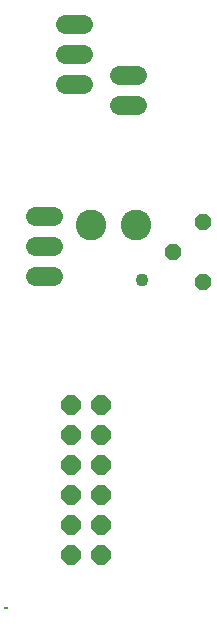
<source format=gbr>
G04 EAGLE Gerber RS-274X export*
G75*
%MOMM*%
%FSLAX34Y34*%
%LPD*%
%INSoldermask Bottom*%
%IPPOS*%
%AMOC8*
5,1,8,0,0,1.08239X$1,22.5*%
G01*
%ADD10R,0.000494X0.000497*%
%ADD11R,0.000497X0.000497*%
%ADD12R,0.000994X0.000494*%
%ADD13R,0.000494X0.000494*%
%ADD14R,0.022819X0.000497*%
%ADD15R,0.000994X0.000497*%
%ADD16R,0.000500X0.000494*%
%ADD17R,0.000500X0.000497*%
%ADD18R,0.001491X0.000497*%
%ADD19R,0.000991X0.000497*%
%ADD20R,0.000497X0.000494*%
%ADD21R,0.002978X0.000497*%
%ADD22R,0.000991X0.000494*%
%ADD23R,0.001488X0.000494*%
%ADD24R,0.004463X0.000494*%
%ADD25R,0.004466X0.000497*%
%ADD26R,0.001488X0.000497*%
%ADD27R,0.002481X0.000497*%
%ADD28R,0.003966X0.000497*%
%ADD29R,0.009922X0.000497*%
%ADD30R,0.002478X0.000497*%
%ADD31R,0.001984X0.000494*%
%ADD32R,0.001491X0.000494*%
%ADD33R,0.001484X0.000497*%
%ADD34R,0.001984X0.000497*%
%ADD35R,0.006450X0.000497*%
%ADD36R,0.004463X0.000497*%
%ADD37R,0.003475X0.000497*%
%ADD38R,0.003972X0.000494*%
%ADD39R,0.001484X0.000494*%
%ADD40R,0.003472X0.000494*%
%ADD41R,0.002975X0.000497*%
%ADD42R,0.002975X0.000494*%
%ADD43R,0.006947X0.000497*%
%ADD44R,0.006447X0.000497*%
%ADD45R,0.017856X0.000494*%
%ADD46R,0.002481X0.000494*%
%ADD47R,0.005456X0.000494*%
%ADD48R,0.019841X0.000497*%
%ADD49R,0.005459X0.000497*%
%ADD50R,0.002972X0.000497*%
%ADD51R,0.007444X0.000494*%
%ADD52R,0.006947X0.000494*%
%ADD53R,0.005953X0.000494*%
%ADD54R,0.001981X0.000494*%
%ADD55R,0.003475X0.000494*%
%ADD56R,0.001981X0.000497*%
%ADD57R,0.008434X0.000497*%
%ADD58R,0.009425X0.000497*%
%ADD59R,0.009428X0.000497*%
%ADD60R,0.013891X0.000497*%
%ADD61R,0.005453X0.000497*%
%ADD62R,0.016372X0.000497*%
%ADD63R,0.005456X0.000497*%
%ADD64R,0.005950X0.000497*%
%ADD65R,0.001988X0.000497*%
%ADD66R,0.004959X0.000497*%
%ADD67R,0.002978X0.000494*%
%ADD68R,0.003966X0.000494*%
%ADD69R,0.015378X0.000494*%
%ADD70R,0.003472X0.000497*%
%ADD71R,0.003972X0.000497*%
%ADD72R,0.001988X0.000494*%
%ADD73R,0.012403X0.000497*%
%ADD74R,0.022322X0.000497*%
%ADD75R,0.011906X0.000497*%
%ADD76R,0.007441X0.000497*%
%ADD77P,1.759533X8X112.500000*%
%ADD78C,1.625600*%
%ADD79P,1.429621X8X292.500000*%
%ADD80C,2.601600*%
%ADD81C,1.101600*%


D10*
X476Y10D03*
D11*
X511Y10D03*
X729Y10D03*
X486Y15D03*
X511Y15D03*
D10*
X714Y15D03*
D12*
X533Y20D03*
D13*
X714Y20D03*
D12*
X742Y20D03*
D14*
X618Y25D03*
D10*
X501Y30D03*
X739Y30D03*
X501Y35D03*
D15*
X747Y35D03*
D16*
X496Y40D03*
X744Y40D03*
D17*
X496Y45D03*
D10*
X749Y45D03*
D11*
X471Y50D03*
D10*
X491Y50D03*
D11*
X754Y50D03*
D13*
X491Y55D03*
D12*
X757Y55D03*
D11*
X486Y60D03*
D18*
X615Y60D03*
D11*
X759Y60D03*
D17*
X779Y60D03*
D11*
X481Y64D03*
D10*
X605Y64D03*
D15*
X628Y64D03*
D10*
X774Y64D03*
D19*
X479Y69D03*
D15*
X598Y69D03*
D11*
X640Y69D03*
D10*
X764Y69D03*
X774Y69D03*
D13*
X476Y74D03*
X590Y74D03*
D20*
X640Y74D03*
X769Y74D03*
D16*
X779Y74D03*
D19*
X469Y79D03*
D10*
X590Y79D03*
D15*
X613Y79D03*
D11*
X645Y79D03*
D19*
X469Y84D03*
D17*
X610Y84D03*
D10*
X774Y84D03*
D15*
X449Y89D03*
D10*
X466Y89D03*
D15*
X613Y89D03*
D17*
X630Y89D03*
D11*
X645Y89D03*
D15*
X776Y89D03*
D13*
X466Y94D03*
D12*
X613Y94D03*
D20*
X645Y94D03*
D16*
X779Y94D03*
D10*
X437Y99D03*
X590Y99D03*
D15*
X613Y99D03*
D11*
X645Y99D03*
D10*
X784Y99D03*
X437Y104D03*
D17*
X461Y104D03*
D10*
X590Y104D03*
X615Y104D03*
D17*
X630Y104D03*
D11*
X645Y104D03*
D10*
X784Y104D03*
X456Y109D03*
D11*
X595Y109D03*
X645Y109D03*
D20*
X446Y114D03*
X600Y114D03*
D12*
X642Y114D03*
D20*
X789Y114D03*
D11*
X451Y119D03*
D21*
X618Y119D03*
D19*
X647Y119D03*
D11*
X451Y124D03*
D15*
X796Y124D03*
D11*
X407Y129D03*
D10*
X437Y129D03*
D11*
X446Y129D03*
D15*
X657Y129D03*
D11*
X828Y129D03*
D20*
X441Y134D03*
D22*
X667Y134D03*
D11*
X441Y139D03*
X665Y139D03*
X814Y139D03*
D19*
X672Y144D03*
D11*
X809Y144D03*
X432Y149D03*
X675Y149D03*
D10*
X685Y149D03*
D19*
X806Y149D03*
D23*
X427Y154D03*
D20*
X680Y154D03*
D22*
X702Y154D03*
D24*
X734Y154D03*
D12*
X776Y154D03*
X796Y154D03*
D11*
X407Y159D03*
D19*
X424Y159D03*
X687Y159D03*
D11*
X699Y159D03*
D25*
X729Y159D03*
D18*
X784Y159D03*
D19*
X806Y159D03*
D10*
X422Y164D03*
D13*
X402Y169D03*
X422Y169D03*
D20*
X823Y169D03*
X843Y169D03*
D26*
X407Y174D03*
D11*
X823Y174D03*
X843Y174D03*
D27*
X407Y179D03*
D11*
X828Y179D03*
X412Y184D03*
D26*
X833Y184D03*
D12*
X409Y189D03*
D20*
X833Y189D03*
D11*
X407Y193D03*
D10*
X838Y193D03*
D19*
X851Y193D03*
D10*
X402Y198D03*
D19*
X652Y198D03*
D11*
X675Y198D03*
D28*
X732Y198D03*
D19*
X851Y198D03*
X399Y203D03*
D11*
X645Y203D03*
D29*
X707Y203D03*
D11*
X843Y203D03*
D16*
X134Y208D03*
X382Y208D03*
D20*
X397Y208D03*
D23*
X645Y208D03*
D20*
X759Y208D03*
D13*
X863Y208D03*
D15*
X384Y213D03*
D11*
X397Y213D03*
D26*
X640Y213D03*
X759Y213D03*
D11*
X848Y213D03*
D19*
X866Y213D03*
D10*
X367Y218D03*
D15*
X384Y218D03*
D11*
X397Y218D03*
D15*
X632Y218D03*
D10*
X764Y218D03*
D11*
X848Y218D03*
D19*
X866Y218D03*
D26*
X149Y223D03*
D30*
X184Y223D03*
D10*
X357Y223D03*
D17*
X382Y223D03*
D11*
X397Y223D03*
X506Y223D03*
D10*
X516Y223D03*
X635Y223D03*
D19*
X771Y223D03*
D11*
X848Y223D03*
D19*
X866Y223D03*
D20*
X149Y228D03*
D13*
X377Y228D03*
D31*
X499Y228D03*
D20*
X521Y228D03*
D32*
X625Y228D03*
D13*
X774Y228D03*
D20*
X848Y228D03*
D13*
X863Y228D03*
D11*
X124Y233D03*
X144Y233D03*
D19*
X489Y233D03*
X504Y233D03*
D15*
X528Y233D03*
D33*
X620Y233D03*
D18*
X784Y233D03*
D11*
X843Y233D03*
X124Y238D03*
D10*
X139Y238D03*
D11*
X392Y238D03*
X407Y238D03*
X481Y238D03*
D26*
X506Y238D03*
D17*
X531Y238D03*
D18*
X615Y238D03*
D19*
X786Y238D03*
D10*
X853Y238D03*
X139Y243D03*
D11*
X407Y243D03*
X481Y243D03*
X506Y243D03*
D19*
X518Y243D03*
D10*
X536Y243D03*
D26*
X610Y243D03*
X823Y243D03*
D19*
X851Y243D03*
D16*
X134Y248D03*
D12*
X394Y248D03*
D20*
X412Y248D03*
X481Y248D03*
D13*
X491Y248D03*
D20*
X541Y248D03*
D32*
X605Y248D03*
D20*
X828Y248D03*
X1577Y248D03*
D16*
X1602Y248D03*
D20*
X1692Y248D03*
X1915Y248D03*
D13*
X2024Y248D03*
X2327Y248D03*
D15*
X394Y253D03*
D11*
X412Y253D03*
D10*
X476Y253D03*
D19*
X504Y253D03*
D15*
X543Y253D03*
D34*
X573Y253D03*
D10*
X605Y253D03*
X1414Y253D03*
D19*
X1481Y253D03*
D11*
X1667Y253D03*
D10*
X1830Y253D03*
D11*
X2118Y253D03*
D10*
X129Y258D03*
D11*
X397Y258D03*
D10*
X476Y258D03*
D18*
X501Y258D03*
D35*
X570Y258D03*
D11*
X923Y258D03*
X1037Y258D03*
D10*
X1052Y258D03*
X1111Y258D03*
D15*
X1173Y258D03*
D10*
X1280Y258D03*
D36*
X1349Y258D03*
D15*
X1684Y258D03*
D17*
X1702Y258D03*
D37*
X1786Y258D03*
D19*
X1922Y258D03*
D11*
X2044Y258D03*
X2054Y258D03*
D10*
X2093Y258D03*
X2113Y258D03*
D25*
X2232Y258D03*
D11*
X2302Y258D03*
X2317Y258D03*
X2436Y258D03*
X124Y263D03*
D19*
X399Y263D03*
D10*
X422Y263D03*
D11*
X481Y263D03*
D26*
X531Y263D03*
D15*
X826Y263D03*
D11*
X1007Y263D03*
D10*
X1131Y263D03*
X1146Y263D03*
X1245Y263D03*
X1315Y263D03*
D11*
X1384Y263D03*
X1409Y263D03*
X1503Y263D03*
X1577Y263D03*
D10*
X1706Y263D03*
D11*
X1726Y263D03*
D10*
X1756Y263D03*
D11*
X1821Y263D03*
X1905Y263D03*
X1930Y263D03*
X2034Y263D03*
D10*
X2059Y263D03*
D11*
X2088Y263D03*
D10*
X2158Y263D03*
D15*
X2200Y263D03*
X2269Y263D03*
D10*
X2287Y263D03*
X2307Y263D03*
X2441Y263D03*
D20*
X124Y268D03*
D13*
X422Y268D03*
D20*
X481Y268D03*
D12*
X826Y268D03*
D13*
X1131Y268D03*
X1146Y268D03*
X1245Y268D03*
D20*
X1305Y268D03*
X1399Y268D03*
X1473Y268D03*
X1503Y268D03*
X1577Y268D03*
X1657Y268D03*
X1672Y268D03*
X1746Y268D03*
D13*
X1830Y268D03*
D20*
X1930Y268D03*
X2029Y268D03*
D13*
X2059Y268D03*
D20*
X2088Y268D03*
X2188Y268D03*
X2282Y268D03*
X2297Y268D03*
D13*
X2307Y268D03*
D20*
X2465Y268D03*
D10*
X119Y273D03*
D11*
X407Y273D03*
D10*
X516Y273D03*
X819Y273D03*
D11*
X1007Y273D03*
D10*
X1146Y273D03*
X1245Y273D03*
D11*
X1285Y273D03*
X1295Y273D03*
X1409Y273D03*
X1503Y273D03*
X1667Y273D03*
D17*
X1702Y273D03*
X1736Y273D03*
D11*
X1840Y273D03*
X1930Y273D03*
D10*
X2024Y273D03*
X2059Y273D03*
D11*
X2088Y273D03*
D10*
X2158Y273D03*
D11*
X2178Y273D03*
X2292Y273D03*
X2436Y273D03*
X412Y278D03*
D10*
X491Y278D03*
X526Y278D03*
X1146Y278D03*
X1245Y278D03*
D11*
X1290Y278D03*
X1409Y278D03*
X1503Y278D03*
D10*
X1697Y278D03*
X1731Y278D03*
X1845Y278D03*
D11*
X1930Y278D03*
D17*
X2019Y278D03*
D10*
X2059Y278D03*
D11*
X2088Y278D03*
D10*
X2173Y278D03*
D11*
X2292Y278D03*
X2312Y278D03*
X2460Y278D03*
D15*
X429Y283D03*
D17*
X496Y283D03*
D26*
X516Y283D03*
D15*
X677Y283D03*
D26*
X699Y283D03*
D11*
X814Y283D03*
X828Y283D03*
X1007Y283D03*
D10*
X1146Y283D03*
X1245Y283D03*
X1260Y283D03*
X1270Y283D03*
D11*
X1409Y283D03*
X1473Y283D03*
X1503Y283D03*
D10*
X1662Y283D03*
D11*
X1726Y283D03*
X1930Y283D03*
D10*
X2014Y283D03*
X2059Y283D03*
D11*
X2088Y283D03*
X2168Y283D03*
X2292Y283D03*
D10*
X2341Y283D03*
D11*
X2431Y283D03*
X2460Y283D03*
D13*
X109Y288D03*
D22*
X434Y288D03*
D12*
X811Y288D03*
D20*
X1057Y288D03*
D38*
X1089Y288D03*
D13*
X1146Y288D03*
X1280Y288D03*
D12*
X1327Y288D03*
X1372Y288D03*
D20*
X1409Y288D03*
X1473Y288D03*
X1503Y288D03*
X1721Y288D03*
D12*
X1768Y288D03*
D22*
X1808Y288D03*
D20*
X1930Y288D03*
X2088Y288D03*
X2163Y288D03*
D22*
X2210Y288D03*
D39*
X2257Y288D03*
D20*
X2317Y288D03*
D19*
X97Y293D03*
D10*
X109Y293D03*
D11*
X417Y293D03*
X427Y293D03*
X665Y293D03*
X809Y293D03*
X1057Y293D03*
D10*
X1146Y293D03*
D17*
X1275Y293D03*
D10*
X1315Y293D03*
D11*
X1329Y293D03*
X1389Y293D03*
X1409Y293D03*
X1473Y293D03*
X1503Y293D03*
X1652Y293D03*
X1687Y293D03*
X1716Y293D03*
D10*
X1756Y293D03*
D11*
X1930Y293D03*
D10*
X2059Y293D03*
D11*
X2088Y293D03*
D10*
X2158Y293D03*
D11*
X2198Y293D03*
D10*
X2272Y293D03*
D11*
X2292Y293D03*
X2302Y293D03*
D17*
X2346Y293D03*
D10*
X2456Y293D03*
D11*
X79Y298D03*
X104Y298D03*
X427Y298D03*
X441Y298D03*
D19*
X667Y298D03*
D10*
X804Y298D03*
D11*
X1057Y298D03*
D10*
X1146Y298D03*
X1260Y298D03*
X1270Y298D03*
D11*
X1339Y298D03*
X1399Y298D03*
X1409Y298D03*
X1473Y298D03*
X1503Y298D03*
X1692Y298D03*
D10*
X1711Y298D03*
X1865Y298D03*
D11*
X1930Y298D03*
D10*
X2059Y298D03*
D11*
X2088Y298D03*
X2143Y298D03*
D10*
X2193Y298D03*
D11*
X2282Y298D03*
X2292Y298D03*
X79Y303D03*
X104Y303D03*
D10*
X422Y303D03*
D11*
X660Y303D03*
D10*
X670Y303D03*
X804Y303D03*
D11*
X1057Y303D03*
D10*
X1146Y303D03*
X1260Y303D03*
D11*
X1310Y303D03*
X1404Y303D03*
X1473Y303D03*
X1503Y303D03*
X1682Y303D03*
X1835Y303D03*
X1870Y303D03*
X1930Y303D03*
X1999Y303D03*
X2088Y303D03*
X2153Y303D03*
X2198Y303D03*
X2282Y303D03*
X2322Y303D03*
D10*
X2351Y303D03*
D11*
X2451Y303D03*
D20*
X99Y308D03*
X432Y308D03*
X446Y308D03*
D31*
X578Y308D03*
D40*
X610Y308D03*
D13*
X635Y308D03*
D20*
X799Y308D03*
X1057Y308D03*
D13*
X1146Y308D03*
D22*
X1302Y308D03*
D20*
X1320Y308D03*
X1473Y308D03*
X1503Y308D03*
X1647Y308D03*
D13*
X1677Y308D03*
X1741Y308D03*
D12*
X1798Y308D03*
D20*
X1870Y308D03*
X1930Y308D03*
X1994Y308D03*
X2029Y308D03*
D13*
X2059Y308D03*
D20*
X2088Y308D03*
X2183Y308D03*
D13*
X2351Y308D03*
X2421Y308D03*
D19*
X231Y313D03*
D11*
X427Y313D03*
D21*
X573Y313D03*
D41*
X613Y313D03*
D15*
X657Y313D03*
X796Y313D03*
D11*
X1057Y313D03*
D10*
X1146Y313D03*
D11*
X1265Y313D03*
X1295Y313D03*
X1473Y313D03*
X1503Y313D03*
D10*
X1642Y313D03*
D17*
X1736Y313D03*
D11*
X1930Y313D03*
D10*
X1989Y313D03*
X2024Y313D03*
X2059Y313D03*
D11*
X2088Y313D03*
X2148Y313D03*
X2178Y313D03*
D10*
X2327Y313D03*
D11*
X2446Y313D03*
D10*
X94Y317D03*
X218Y317D03*
D11*
X233Y317D03*
X432Y317D03*
D15*
X563Y317D03*
D11*
X660Y317D03*
X1057Y317D03*
D10*
X1146Y317D03*
D11*
X1473Y317D03*
X1503Y317D03*
D17*
X1637Y317D03*
D11*
X1672Y317D03*
X1746Y317D03*
D10*
X1845Y317D03*
D11*
X1875Y317D03*
X1930Y317D03*
D10*
X2059Y317D03*
D11*
X2088Y317D03*
X2212Y317D03*
D42*
X241Y322D03*
D13*
X437Y322D03*
D22*
X454Y322D03*
D20*
X561Y322D03*
X789Y322D03*
X1057Y322D03*
D13*
X1146Y322D03*
X1260Y322D03*
D20*
X1290Y322D03*
X1473Y322D03*
X1503Y322D03*
D13*
X1632Y322D03*
D20*
X1667Y322D03*
D13*
X1677Y322D03*
D16*
X1702Y322D03*
D13*
X1731Y322D03*
X1845Y322D03*
D20*
X1875Y322D03*
X1930Y322D03*
D13*
X2059Y322D03*
D20*
X2088Y322D03*
X2183Y322D03*
X2331Y322D03*
D11*
X50Y327D03*
X89Y327D03*
D10*
X208Y327D03*
D15*
X236Y327D03*
D10*
X437Y327D03*
X556Y327D03*
D19*
X667Y327D03*
D11*
X690Y327D03*
D17*
X709Y327D03*
D11*
X789Y327D03*
X1057Y327D03*
D10*
X1146Y327D03*
X1245Y327D03*
X1260Y327D03*
D11*
X1295Y327D03*
X1473Y327D03*
X1503Y327D03*
D10*
X1627Y327D03*
X1662Y327D03*
D17*
X1702Y327D03*
X1736Y327D03*
D11*
X1930Y327D03*
D17*
X2019Y327D03*
D10*
X2059Y327D03*
D11*
X2088Y327D03*
X2143Y327D03*
D10*
X2173Y327D03*
X2441Y327D03*
D15*
X82Y332D03*
D19*
X206Y332D03*
D11*
X233Y332D03*
X258Y332D03*
D10*
X437Y332D03*
D17*
X461Y332D03*
D15*
X548Y332D03*
D10*
X670Y332D03*
X685Y332D03*
D15*
X707Y332D03*
D10*
X784Y332D03*
D43*
X970Y332D03*
D11*
X1057Y332D03*
D10*
X1146Y332D03*
D44*
X1205Y332D03*
D11*
X1473Y332D03*
X1503Y332D03*
X1657Y332D03*
X1672Y332D03*
X1930Y332D03*
D10*
X2059Y332D03*
D11*
X2088Y332D03*
X2143Y332D03*
D10*
X2327Y332D03*
D18*
X2376Y332D03*
D34*
X2398Y332D03*
D11*
X64Y337D03*
D15*
X82Y337D03*
D11*
X203Y337D03*
X258Y337D03*
D10*
X437Y337D03*
D15*
X464Y337D03*
D10*
X536Y337D03*
D11*
X546Y337D03*
D26*
X680Y337D03*
D15*
X697Y337D03*
D10*
X784Y337D03*
D11*
X1057Y337D03*
D10*
X1146Y337D03*
D17*
X1240Y337D03*
D11*
X1473Y337D03*
X1503Y337D03*
X1652Y337D03*
D10*
X1677Y337D03*
D17*
X1850Y337D03*
D11*
X1930Y337D03*
X1969Y337D03*
D10*
X2004Y337D03*
X2059Y337D03*
D11*
X2088Y337D03*
X2143Y337D03*
X2366Y337D03*
X2436Y337D03*
D20*
X79Y342D03*
D45*
X350Y342D03*
D46*
X471Y342D03*
D47*
X516Y342D03*
D16*
X779Y342D03*
D20*
X1057Y342D03*
D13*
X1146Y342D03*
D16*
X1240Y342D03*
D20*
X1473Y342D03*
X1503Y342D03*
X1657Y342D03*
D16*
X1850Y342D03*
D20*
X1930Y342D03*
X1964Y342D03*
X1999Y342D03*
D13*
X2059Y342D03*
D20*
X2088Y342D03*
X2143Y342D03*
X2336Y342D03*
D16*
X2381Y342D03*
D10*
X74Y347D03*
D48*
X360Y347D03*
D49*
X506Y347D03*
D11*
X1057Y347D03*
D10*
X1146Y347D03*
D17*
X1240Y347D03*
D11*
X1473Y347D03*
X1503Y347D03*
D17*
X1850Y347D03*
D11*
X1930Y347D03*
D10*
X1959Y347D03*
D11*
X1994Y347D03*
D10*
X2059Y347D03*
D11*
X2088Y347D03*
X2143Y347D03*
D10*
X2341Y347D03*
D11*
X2401Y347D03*
X2431Y347D03*
D19*
X42Y352D03*
D10*
X74Y352D03*
D11*
X203Y352D03*
X223Y352D03*
X258Y352D03*
D18*
X456Y352D03*
D10*
X774Y352D03*
D11*
X1057Y352D03*
D10*
X1146Y352D03*
D17*
X1240Y352D03*
D11*
X1473Y352D03*
X1503Y352D03*
X1667Y352D03*
D17*
X1850Y352D03*
D11*
X1930Y352D03*
D15*
X1952Y352D03*
D10*
X1989Y352D03*
X2059Y352D03*
D11*
X2088Y352D03*
X2143Y352D03*
X2371Y352D03*
X2436Y352D03*
D17*
X0Y357D03*
D10*
X40Y357D03*
D15*
X52Y357D03*
D11*
X69Y357D03*
D10*
X208Y357D03*
D11*
X233Y357D03*
D19*
X255Y357D03*
D15*
X459Y357D03*
D19*
X771Y357D03*
D11*
X789Y357D03*
D43*
X970Y357D03*
D11*
X1057Y357D03*
D10*
X1146Y357D03*
D44*
X1205Y357D03*
D10*
X1260Y357D03*
D11*
X1473Y357D03*
X1503Y357D03*
D50*
X1620Y357D03*
D11*
X1672Y357D03*
X1930Y357D03*
D10*
X1945Y357D03*
X2059Y357D03*
D11*
X2088Y357D03*
X2143Y357D03*
D17*
X2346Y357D03*
D11*
X2396Y357D03*
X2426Y357D03*
D12*
X2Y362D03*
D20*
X55Y362D03*
X69Y362D03*
D13*
X208Y362D03*
D16*
X461Y362D03*
D20*
X471Y362D03*
X769Y362D03*
X1057Y362D03*
D13*
X1146Y362D03*
X1260Y362D03*
D20*
X1290Y362D03*
X1473Y362D03*
X1503Y362D03*
D16*
X1702Y362D03*
D20*
X1930Y362D03*
D13*
X2059Y362D03*
D20*
X2088Y362D03*
X2143Y362D03*
D13*
X2173Y362D03*
D16*
X2346Y362D03*
D13*
X2376Y362D03*
D20*
X2396Y362D03*
D11*
X64Y367D03*
D15*
X216Y367D03*
D17*
X248Y367D03*
X461Y367D03*
D19*
X479Y367D03*
D10*
X764Y367D03*
D11*
X789Y367D03*
X1057Y367D03*
D10*
X1146Y367D03*
D11*
X1473Y367D03*
X1503Y367D03*
D17*
X1637Y367D03*
D10*
X1845Y367D03*
D11*
X1875Y367D03*
X1930Y367D03*
D10*
X2059Y367D03*
D11*
X2088Y367D03*
D10*
X2351Y367D03*
X2421Y367D03*
X60Y372D03*
D33*
X223Y372D03*
D19*
X241Y372D03*
D11*
X481Y372D03*
D10*
X764Y372D03*
D11*
X1057Y372D03*
D10*
X1146Y372D03*
D11*
X1295Y372D03*
X1473Y372D03*
X1503Y372D03*
X1647Y372D03*
D10*
X1741Y372D03*
D11*
X1875Y372D03*
X1930Y372D03*
X1974Y372D03*
D10*
X2059Y372D03*
D11*
X2088Y372D03*
X2148Y372D03*
X2178Y372D03*
X2297Y372D03*
D10*
X2351Y372D03*
D17*
X2381Y372D03*
D11*
X2391Y372D03*
D10*
X2421Y372D03*
X60Y377D03*
D19*
X469Y377D03*
D11*
X486Y377D03*
X759Y377D03*
X1057Y377D03*
D10*
X1146Y377D03*
D11*
X1265Y377D03*
X1473Y377D03*
X1503Y377D03*
D17*
X1637Y377D03*
D10*
X1677Y377D03*
X1706Y377D03*
D17*
X1771Y377D03*
D11*
X1840Y377D03*
D15*
X1932Y377D03*
D11*
X1969Y377D03*
D10*
X2059Y377D03*
D11*
X2088Y377D03*
X2183Y377D03*
D17*
X2381Y377D03*
D20*
X471Y382D03*
D13*
X491Y382D03*
D20*
X754Y382D03*
X1057Y382D03*
D13*
X1146Y382D03*
X1300Y382D03*
D20*
X1310Y382D03*
X1473Y382D03*
X1503Y382D03*
D13*
X1632Y382D03*
D20*
X1647Y382D03*
D13*
X1677Y382D03*
X1741Y382D03*
D20*
X1816Y382D03*
X1826Y382D03*
X1870Y382D03*
X1930Y382D03*
X1964Y382D03*
D13*
X2059Y382D03*
D20*
X2088Y382D03*
X2203Y382D03*
X2217Y382D03*
X2356Y382D03*
D13*
X2386Y382D03*
D20*
X2416Y382D03*
D17*
X35Y387D03*
D19*
X474Y387D03*
D11*
X754Y387D03*
X769Y387D03*
X1057Y387D03*
D10*
X1146Y387D03*
X1270Y387D03*
D11*
X1305Y387D03*
D18*
X1404Y387D03*
D11*
X1473Y387D03*
X1503Y387D03*
X1647Y387D03*
D10*
X1711Y387D03*
D11*
X1746Y387D03*
D10*
X1830Y387D03*
X1959Y387D03*
X2059Y387D03*
D11*
X2088Y387D03*
X2153Y387D03*
D10*
X2287Y387D03*
D19*
X479Y392D03*
D17*
X496Y392D03*
D10*
X749Y392D03*
D11*
X769Y392D03*
X1057Y392D03*
D10*
X1146Y392D03*
X1315Y392D03*
D11*
X1324Y392D03*
X1339Y392D03*
D10*
X1394Y392D03*
D11*
X1409Y392D03*
X1503Y392D03*
X1751Y392D03*
X1826Y392D03*
D10*
X1865Y392D03*
D11*
X1954Y392D03*
D10*
X2059Y392D03*
D11*
X2088Y392D03*
X2148Y392D03*
D10*
X2158Y392D03*
D11*
X2198Y392D03*
X2277Y392D03*
X2292Y392D03*
D10*
X2351Y392D03*
X2361Y392D03*
D11*
X2411Y392D03*
D17*
X496Y397D03*
D11*
X769Y397D03*
X1057Y397D03*
D10*
X1146Y397D03*
D11*
X1320Y397D03*
D19*
X1382Y397D03*
D11*
X1409Y397D03*
X1473Y397D03*
X1503Y397D03*
X1716Y397D03*
X1761Y397D03*
X1860Y397D03*
X1974Y397D03*
D10*
X2059Y397D03*
D11*
X2088Y397D03*
D17*
X2267Y397D03*
D11*
X2292Y397D03*
D10*
X2341Y397D03*
X2361Y397D03*
D20*
X10Y402D03*
X45Y402D03*
D12*
X484Y402D03*
D13*
X501Y402D03*
D51*
X972Y402D03*
D20*
X1057Y402D03*
D13*
X1146Y402D03*
D52*
X1208Y402D03*
D22*
X1337Y402D03*
D13*
X1349Y402D03*
D22*
X1362Y402D03*
D20*
X1409Y402D03*
D47*
X1449Y402D03*
D53*
X1530Y402D03*
D54*
X1625Y402D03*
D20*
X1672Y402D03*
X1721Y402D03*
D38*
X1788Y402D03*
D13*
X1855Y402D03*
X2059Y402D03*
D20*
X2088Y402D03*
D55*
X2232Y402D03*
D20*
X2292Y402D03*
D13*
X2406Y402D03*
D20*
X2431Y402D03*
D15*
X499Y407D03*
X742Y407D03*
D11*
X1007Y407D03*
X1057Y407D03*
D10*
X1146Y407D03*
D11*
X1409Y407D03*
X1419Y407D03*
X1577Y407D03*
X1667Y407D03*
X1726Y407D03*
D17*
X1850Y407D03*
D11*
X2088Y407D03*
X2292Y407D03*
X2366Y407D03*
D15*
X300Y412D03*
D19*
X489Y412D03*
D56*
X508Y412D03*
D34*
X682Y412D03*
D19*
X737Y412D03*
D11*
X1007Y412D03*
X1057Y412D03*
D10*
X1146Y412D03*
D15*
X1292Y412D03*
D11*
X1409Y412D03*
X1419Y412D03*
D10*
X1731Y412D03*
X1845Y412D03*
D11*
X1940Y412D03*
X2088Y412D03*
X2178Y412D03*
X2292Y412D03*
X2401Y412D03*
D26*
X60Y417D03*
D57*
X119Y417D03*
D19*
X290Y417D03*
D15*
X315Y417D03*
D10*
X491Y417D03*
D56*
X518Y417D03*
D11*
X719Y417D03*
D15*
X732Y417D03*
D11*
X1007Y417D03*
X1057Y417D03*
D10*
X1146Y417D03*
X1280Y417D03*
X1300Y417D03*
D11*
X1404Y417D03*
X1419Y417D03*
X1657Y417D03*
D10*
X1741Y417D03*
D11*
X1835Y417D03*
X1935Y417D03*
D10*
X2059Y417D03*
D11*
X2088Y417D03*
D10*
X2287Y417D03*
D11*
X2371Y417D03*
X2401Y417D03*
D31*
X52Y422D03*
D20*
X164Y422D03*
D23*
X283Y422D03*
D13*
X491Y422D03*
D54*
X518Y422D03*
D13*
X739Y422D03*
D20*
X1007Y422D03*
X1057Y422D03*
D13*
X1146Y422D03*
D20*
X1310Y422D03*
X1389Y422D03*
X1419Y422D03*
X1577Y422D03*
X1647Y422D03*
X1667Y422D03*
X1751Y422D03*
X1826Y422D03*
X1930Y422D03*
D13*
X2059Y422D03*
D20*
X2088Y422D03*
X2198Y422D03*
D13*
X2272Y422D03*
D19*
X42Y427D03*
D18*
X164Y427D03*
D11*
X313Y427D03*
X327Y427D03*
D56*
X508Y427D03*
D11*
X551Y427D03*
D15*
X747Y427D03*
D58*
X957Y427D03*
D30*
X1042Y427D03*
D59*
X1196Y427D03*
D15*
X1327Y427D03*
X1372Y427D03*
D60*
X1491Y427D03*
D61*
X1607Y427D03*
D10*
X1766Y427D03*
D19*
X1813Y427D03*
D30*
X1915Y427D03*
D27*
X2044Y427D03*
D41*
X2101Y427D03*
D11*
X2188Y427D03*
D19*
X2210Y427D03*
X2255Y427D03*
D10*
X2376Y427D03*
D11*
X2396Y427D03*
D10*
X40Y432D03*
X278Y432D03*
D11*
X327Y432D03*
D19*
X489Y432D03*
D10*
X501Y432D03*
D11*
X1577Y432D03*
X1652Y432D03*
X1860Y432D03*
X2282Y432D03*
D22*
X42Y437D03*
X176Y437D03*
D20*
X273Y437D03*
D12*
X335Y437D03*
D20*
X481Y437D03*
D16*
X496Y437D03*
D20*
X506Y437D03*
X729Y437D03*
D13*
X1300Y437D03*
D20*
X1344Y437D03*
D11*
X45Y441D03*
D26*
X179Y441D03*
D11*
X273Y441D03*
X313Y441D03*
D34*
X340Y441D03*
X379Y441D03*
D19*
X424Y441D03*
D11*
X481Y441D03*
X734Y441D03*
D10*
X40Y446D03*
D11*
X50Y446D03*
D15*
X181Y446D03*
D11*
X273Y446D03*
D17*
X283Y446D03*
D15*
X335Y446D03*
D10*
X422Y446D03*
D11*
X432Y446D03*
D10*
X501Y446D03*
D15*
X47Y451D03*
D19*
X186Y451D03*
D34*
X280Y451D03*
X305Y451D03*
D19*
X434Y451D03*
D17*
X496Y451D03*
D27*
X531Y451D03*
D62*
X630Y451D03*
D10*
X739Y451D03*
D20*
X45Y456D03*
D22*
X191Y456D03*
D12*
X280Y456D03*
D23*
X308Y456D03*
D20*
X327Y456D03*
D22*
X439Y456D03*
D20*
X471Y456D03*
D16*
X496Y456D03*
D20*
X541Y456D03*
D16*
X744Y456D03*
D11*
X198Y461D03*
D19*
X320Y461D03*
D15*
X444Y461D03*
D11*
X471Y461D03*
D10*
X491Y461D03*
D11*
X511Y461D03*
D19*
X538Y461D03*
D10*
X724Y461D03*
X749Y461D03*
X60Y466D03*
D15*
X201Y466D03*
D17*
X283Y466D03*
D11*
X317Y466D03*
D26*
X451Y466D03*
D10*
X466Y466D03*
X749Y466D03*
D11*
X50Y471D03*
X64Y471D03*
D26*
X203Y471D03*
X308Y471D03*
D11*
X486Y471D03*
X506Y471D03*
D10*
X516Y471D03*
D11*
X1265Y471D03*
X2009Y471D03*
D20*
X64Y476D03*
D32*
X208Y476D03*
D20*
X451Y476D03*
X481Y476D03*
X734Y476D03*
X754Y476D03*
X1071Y476D03*
X1265Y476D03*
D22*
X1962Y476D03*
D15*
X67Y481D03*
D10*
X208Y481D03*
D19*
X469Y481D03*
D10*
X501Y481D03*
D11*
X759Y481D03*
D63*
X943Y481D03*
D64*
X1039Y481D03*
D34*
X1084Y481D03*
D18*
X1131Y481D03*
X1200Y481D03*
D26*
X1225Y481D03*
D34*
X1277Y481D03*
X1312Y481D03*
D65*
X1347Y481D03*
D34*
X1416Y481D03*
D18*
X1439Y481D03*
D56*
X1511Y481D03*
D63*
X1558Y481D03*
D15*
X1605Y481D03*
D26*
X1672Y481D03*
D11*
X1692Y481D03*
D26*
X1726Y481D03*
D21*
X1808Y481D03*
D66*
X1927Y481D03*
X2026Y481D03*
D26*
X69Y486D03*
D15*
X216Y486D03*
D10*
X476Y486D03*
D17*
X496Y486D03*
D10*
X739Y486D03*
X918Y486D03*
X972Y486D03*
X1012Y486D03*
X1067Y486D03*
D11*
X1076Y486D03*
X1091Y486D03*
D10*
X1210Y486D03*
D11*
X1285Y486D03*
X1339Y486D03*
D17*
X1354Y486D03*
D11*
X1409Y486D03*
X1424Y486D03*
X1434Y486D03*
D10*
X1449Y486D03*
X1518Y486D03*
D11*
X1533Y486D03*
X1587Y486D03*
D10*
X1597Y486D03*
D11*
X1612Y486D03*
D10*
X1662Y486D03*
D11*
X1682Y486D03*
X1786Y486D03*
D19*
X1833Y486D03*
D11*
X1905Y486D03*
D19*
X1962Y486D03*
D11*
X1999Y486D03*
X2054Y486D03*
D19*
X72Y491D03*
D10*
X218Y491D03*
D19*
X454Y491D03*
D10*
X739Y491D03*
X764Y491D03*
X918Y491D03*
D11*
X982Y491D03*
D10*
X1012Y491D03*
X1067Y491D03*
D11*
X1076Y491D03*
X1091Y491D03*
D17*
X1126Y491D03*
D11*
X1141Y491D03*
X1191Y491D03*
X1265Y491D03*
X1285Y491D03*
X1305Y491D03*
X1329Y491D03*
X1339Y491D03*
X1424Y491D03*
D10*
X1449Y491D03*
X1518Y491D03*
D11*
X1533Y491D03*
X1587Y491D03*
D10*
X1597Y491D03*
D11*
X1612Y491D03*
D17*
X1622Y491D03*
D11*
X1657Y491D03*
X1682Y491D03*
X1716Y491D03*
D10*
X1766Y491D03*
X1776Y491D03*
D11*
X1840Y491D03*
X1905Y491D03*
X1969Y491D03*
D13*
X74Y496D03*
D12*
X449Y496D03*
D16*
X744Y496D03*
D13*
X918Y496D03*
D67*
X945Y496D03*
D13*
X987Y496D03*
X1012Y496D03*
D40*
X1047Y496D03*
D20*
X1076Y496D03*
X1091Y496D03*
D16*
X1126Y496D03*
X1205Y496D03*
D13*
X1260Y496D03*
X1280Y496D03*
D20*
X1290Y496D03*
X1305Y496D03*
X1344Y496D03*
D13*
X1359Y496D03*
D20*
X1404Y496D03*
X1419Y496D03*
D13*
X1449Y496D03*
X1518Y496D03*
D20*
X1533Y496D03*
D68*
X1565Y496D03*
D13*
X1597Y496D03*
D20*
X1612Y496D03*
X1682Y496D03*
X1716Y496D03*
D16*
X1771Y496D03*
D12*
X1803Y496D03*
X1818Y496D03*
D13*
X1845Y496D03*
D20*
X1905Y496D03*
D42*
X1937Y496D03*
D22*
X1977Y496D03*
D38*
X2036Y496D03*
D11*
X79Y501D03*
D19*
X231Y501D03*
D11*
X441Y501D03*
D17*
X496Y501D03*
D10*
X749Y501D03*
D11*
X769Y501D03*
D10*
X918Y501D03*
X933Y501D03*
X972Y501D03*
D17*
X992Y501D03*
D10*
X1012Y501D03*
D11*
X1076Y501D03*
X1091Y501D03*
D10*
X1131Y501D03*
X1146Y501D03*
D11*
X1186Y501D03*
X1255Y501D03*
D17*
X1275Y501D03*
D11*
X1305Y501D03*
X1344Y501D03*
X1404Y501D03*
X1419Y501D03*
X1434Y501D03*
D10*
X1449Y501D03*
X1518Y501D03*
D11*
X1533Y501D03*
D10*
X1548Y501D03*
X1597Y501D03*
D11*
X1612Y501D03*
X1652Y501D03*
X1682Y501D03*
D10*
X1791Y501D03*
D11*
X1826Y501D03*
D17*
X1850Y501D03*
D11*
X1905Y501D03*
X1920Y501D03*
D10*
X1959Y501D03*
X1979Y501D03*
D15*
X82Y506D03*
D11*
X238Y506D03*
X441Y506D03*
X451Y506D03*
D15*
X464Y506D03*
D10*
X501Y506D03*
X918Y506D03*
X933Y506D03*
D11*
X977Y506D03*
D10*
X1012Y506D03*
D11*
X1076Y506D03*
X1091Y506D03*
D10*
X1131Y506D03*
D11*
X1186Y506D03*
D10*
X1200Y506D03*
D11*
X1255Y506D03*
X1305Y506D03*
X1320Y506D03*
X1399Y506D03*
D10*
X1449Y506D03*
D11*
X1478Y506D03*
D10*
X1518Y506D03*
D11*
X1533Y506D03*
D10*
X1548Y506D03*
X1597Y506D03*
D11*
X1612Y506D03*
X1647Y506D03*
X1682Y506D03*
X1716Y506D03*
D10*
X1766Y506D03*
D11*
X1786Y506D03*
X1835Y506D03*
X1905Y506D03*
X1920Y506D03*
X1964Y506D03*
D17*
X1984Y506D03*
D11*
X238Y511D03*
D10*
X437Y511D03*
D17*
X461Y511D03*
D11*
X506Y511D03*
X754Y511D03*
D10*
X918Y511D03*
X933Y511D03*
D11*
X967Y511D03*
D10*
X997Y511D03*
X1012Y511D03*
D11*
X1076Y511D03*
X1091Y511D03*
D10*
X1200Y511D03*
D11*
X1250Y511D03*
D10*
X1270Y511D03*
D11*
X1305Y511D03*
X1320Y511D03*
D10*
X1349Y511D03*
X1414Y511D03*
X1449Y511D03*
X1518Y511D03*
D11*
X1533Y511D03*
D10*
X1548Y511D03*
X1597Y511D03*
D11*
X1612Y511D03*
D10*
X1642Y511D03*
X1662Y511D03*
D11*
X1682Y511D03*
X1716Y511D03*
X1781Y511D03*
X1826Y511D03*
D10*
X1855Y511D03*
D11*
X1905Y511D03*
X1954Y511D03*
X1969Y511D03*
X1994Y511D03*
X2029Y511D03*
D20*
X89Y516D03*
D16*
X248Y516D03*
D20*
X263Y516D03*
X273Y516D03*
D16*
X283Y516D03*
D13*
X437Y516D03*
D20*
X486Y516D03*
D69*
X590Y516D03*
D16*
X779Y516D03*
D13*
X918Y516D03*
X933Y516D03*
D20*
X982Y516D03*
D13*
X1012Y516D03*
D20*
X1076Y516D03*
X1091Y516D03*
X1136Y516D03*
X1196Y516D03*
D13*
X1210Y516D03*
X1245Y516D03*
D20*
X1265Y516D03*
X1305Y516D03*
X1320Y516D03*
D13*
X1349Y516D03*
X1449Y516D03*
D20*
X1473Y516D03*
D13*
X1518Y516D03*
D20*
X1533Y516D03*
D13*
X1548Y516D03*
X1597Y516D03*
D20*
X1612Y516D03*
D16*
X1637Y516D03*
D20*
X1657Y516D03*
X1667Y516D03*
X1682Y516D03*
X1716Y516D03*
X1840Y516D03*
D13*
X1855Y516D03*
D20*
X1905Y516D03*
X1969Y516D03*
D26*
X248Y521D03*
D19*
X290Y521D03*
D11*
X432Y521D03*
X441Y521D03*
D10*
X456Y521D03*
X476Y521D03*
X491Y521D03*
X670Y521D03*
D11*
X759Y521D03*
D10*
X918Y521D03*
X933Y521D03*
D11*
X982Y521D03*
X1002Y521D03*
D70*
X1047Y521D03*
D11*
X1076Y521D03*
D27*
X1106Y521D03*
X1166Y521D03*
D10*
X1235Y521D03*
X1260Y521D03*
D11*
X1305Y521D03*
D17*
X1354Y521D03*
D65*
X1382Y521D03*
D11*
X1409Y521D03*
X1434Y521D03*
D10*
X1449Y521D03*
D19*
X1466Y521D03*
D10*
X1518Y521D03*
D11*
X1533Y521D03*
D70*
X1568Y521D03*
D10*
X1597Y521D03*
D11*
X1612Y521D03*
X1652Y521D03*
X1667Y521D03*
X1682Y521D03*
X1716Y521D03*
X1761Y521D03*
D10*
X1776Y521D03*
D11*
X1816Y521D03*
X1840Y521D03*
X1905Y521D03*
D71*
X2036Y521D03*
D11*
X293Y526D03*
D10*
X437Y526D03*
D17*
X496Y526D03*
D11*
X675Y526D03*
D10*
X764Y526D03*
X784Y526D03*
X918Y526D03*
X933Y526D03*
D11*
X1002Y526D03*
D10*
X1012Y526D03*
D11*
X1076Y526D03*
D17*
X1126Y526D03*
D11*
X1141Y526D03*
X1156Y526D03*
X1176Y526D03*
X1215Y526D03*
D10*
X1260Y526D03*
D11*
X1305Y526D03*
X1409Y526D03*
X1434Y526D03*
D10*
X1449Y526D03*
X1483Y526D03*
X1518Y526D03*
D11*
X1533Y526D03*
D10*
X1582Y526D03*
X1597Y526D03*
D11*
X1612Y526D03*
X1667Y526D03*
X1761Y526D03*
D10*
X1776Y526D03*
D11*
X1840Y526D03*
X1905Y526D03*
X1920Y526D03*
X1974Y526D03*
D10*
X1989Y526D03*
D11*
X2054Y526D03*
D20*
X84Y531D03*
X99Y531D03*
D72*
X290Y531D03*
D20*
X427Y531D03*
X451Y531D03*
X471Y531D03*
D13*
X501Y531D03*
D20*
X680Y531D03*
X759Y531D03*
D13*
X918Y531D03*
X933Y531D03*
D20*
X1002Y531D03*
D13*
X1012Y531D03*
D20*
X1076Y531D03*
D13*
X1131Y531D03*
D20*
X1191Y531D03*
X1305Y531D03*
D13*
X1359Y531D03*
D16*
X1374Y531D03*
D20*
X1389Y531D03*
X1404Y531D03*
D13*
X1449Y531D03*
D16*
X1488Y531D03*
D13*
X1518Y531D03*
D20*
X1533Y531D03*
D13*
X1582Y531D03*
X1597Y531D03*
D20*
X1612Y531D03*
X1682Y531D03*
X1761Y531D03*
D13*
X1776Y531D03*
D20*
X1786Y531D03*
D13*
X1830Y531D03*
D20*
X1840Y531D03*
X1905Y531D03*
X1969Y531D03*
D13*
X1989Y531D03*
D20*
X2054Y531D03*
D11*
X89Y536D03*
D10*
X243Y536D03*
D11*
X263Y536D03*
D17*
X283Y536D03*
D11*
X303Y536D03*
D15*
X444Y536D03*
D73*
X570Y536D03*
D27*
X650Y536D03*
D11*
X769Y536D03*
X789Y536D03*
D10*
X918Y536D03*
X933Y536D03*
D11*
X982Y536D03*
D10*
X1012Y536D03*
D11*
X1062Y536D03*
X1076Y536D03*
X1091Y536D03*
D10*
X1111Y536D03*
X1131Y536D03*
X1146Y536D03*
D11*
X1161Y536D03*
X1171Y536D03*
X1250Y536D03*
D10*
X1270Y536D03*
D11*
X1290Y536D03*
X1305Y536D03*
D10*
X1359Y536D03*
D11*
X1384Y536D03*
X1404Y536D03*
X1434Y536D03*
D10*
X1449Y536D03*
X1458Y536D03*
X1493Y536D03*
X1518Y536D03*
D11*
X1533Y536D03*
D10*
X1548Y536D03*
D19*
X1565Y536D03*
D11*
X1577Y536D03*
D10*
X1597Y536D03*
D11*
X1612Y536D03*
D17*
X1622Y536D03*
D10*
X1642Y536D03*
D11*
X1682Y536D03*
X1716Y536D03*
X1761Y536D03*
X1821Y536D03*
X1840Y536D03*
X1905Y536D03*
X1920Y536D03*
D17*
X2019Y536D03*
D11*
X2034Y536D03*
X2049Y536D03*
D19*
X92Y541D03*
D11*
X104Y541D03*
D10*
X243Y541D03*
D11*
X303Y541D03*
D10*
X422Y541D03*
D11*
X446Y541D03*
X665Y541D03*
X694Y541D03*
X794Y541D03*
D10*
X918Y541D03*
X933Y541D03*
D11*
X982Y541D03*
D10*
X1012Y541D03*
D11*
X1076Y541D03*
X1091Y541D03*
X1116Y541D03*
X1136Y541D03*
D10*
X1146Y541D03*
D11*
X1186Y541D03*
X1255Y541D03*
D10*
X1270Y541D03*
D11*
X1305Y541D03*
X1320Y541D03*
X1384Y541D03*
D15*
X1451Y541D03*
X1476Y541D03*
D10*
X1518Y541D03*
D11*
X1533Y541D03*
D10*
X1548Y541D03*
X1597Y541D03*
D19*
X1615Y541D03*
D17*
X1637Y541D03*
D11*
X1647Y541D03*
X1682Y541D03*
D10*
X1706Y541D03*
D11*
X1781Y541D03*
X1840Y541D03*
D10*
X1855Y541D03*
D11*
X1905Y541D03*
X1969Y541D03*
D17*
X2019Y541D03*
D10*
X94Y546D03*
X243Y546D03*
D11*
X303Y546D03*
D26*
X427Y546D03*
D11*
X441Y546D03*
D17*
X461Y546D03*
D11*
X640Y546D03*
D10*
X670Y546D03*
X714Y546D03*
X774Y546D03*
X918Y546D03*
X933Y546D03*
D11*
X977Y546D03*
D10*
X997Y546D03*
X1012Y546D03*
D11*
X1076Y546D03*
X1091Y546D03*
X1136Y546D03*
D10*
X1166Y546D03*
D11*
X1255Y546D03*
D10*
X1270Y546D03*
D11*
X1305Y546D03*
X1364Y546D03*
D10*
X1379Y546D03*
D11*
X1399Y546D03*
D10*
X1449Y546D03*
X1468Y546D03*
X1483Y546D03*
X1518Y546D03*
D11*
X1533Y546D03*
D10*
X1548Y546D03*
X1597Y546D03*
D11*
X1612Y546D03*
D10*
X1632Y546D03*
D11*
X1682Y546D03*
X1835Y546D03*
D10*
X1855Y546D03*
D11*
X1905Y546D03*
D17*
X1984Y546D03*
D10*
X2039Y546D03*
D13*
X243Y551D03*
D20*
X303Y551D03*
X675Y551D03*
D13*
X704Y551D03*
D16*
X779Y551D03*
D20*
X799Y551D03*
D13*
X918Y551D03*
X933Y551D03*
X972Y551D03*
X1012Y551D03*
D20*
X1076Y551D03*
X1091Y551D03*
X1136Y551D03*
X1151Y551D03*
D13*
X1181Y551D03*
D20*
X1255Y551D03*
D13*
X1270Y551D03*
D20*
X1305Y551D03*
X1320Y551D03*
X1434Y551D03*
X1463Y551D03*
D13*
X1518Y551D03*
D20*
X1533Y551D03*
D13*
X1548Y551D03*
X1597Y551D03*
X1627Y551D03*
D20*
X1667Y551D03*
X1682Y551D03*
D13*
X1766Y551D03*
D20*
X1786Y551D03*
D13*
X1811Y551D03*
X1830Y551D03*
D16*
X1850Y551D03*
D20*
X1905Y551D03*
X1920Y551D03*
D13*
X1959Y551D03*
D10*
X109Y556D03*
D17*
X248Y556D03*
D15*
X280Y556D03*
D11*
X298Y556D03*
X412Y556D03*
D10*
X437Y556D03*
X456Y556D03*
D11*
X645Y556D03*
D17*
X709Y556D03*
X779Y556D03*
D10*
X804Y556D03*
X918Y556D03*
X933Y556D03*
D11*
X943Y556D03*
D18*
X962Y556D03*
D17*
X992Y556D03*
D10*
X1012Y556D03*
D11*
X1076Y556D03*
X1091Y556D03*
D10*
X1111Y556D03*
D11*
X1215Y556D03*
X1250Y556D03*
D10*
X1270Y556D03*
X1280Y556D03*
D11*
X1305Y556D03*
D10*
X1349Y556D03*
X1369Y556D03*
X1394Y556D03*
D11*
X1434Y556D03*
D10*
X1458Y556D03*
D17*
X1488Y556D03*
D10*
X1518Y556D03*
D11*
X1533Y556D03*
D10*
X1548Y556D03*
X1597Y556D03*
D17*
X1622Y556D03*
D11*
X1682Y556D03*
D17*
X1771Y556D03*
D11*
X1796Y556D03*
D15*
X1823Y556D03*
X1853Y556D03*
D11*
X1905Y556D03*
X1940Y556D03*
D15*
X1952Y556D03*
D10*
X1979Y556D03*
D11*
X2049Y556D03*
X79Y561D03*
D17*
X114Y561D03*
D15*
X251Y561D03*
D17*
X283Y561D03*
D15*
X295Y561D03*
D10*
X422Y561D03*
X714Y561D03*
X784Y561D03*
X804Y561D03*
X918Y561D03*
X987Y561D03*
X1012Y561D03*
X1067Y561D03*
D11*
X1076Y561D03*
D10*
X1131Y561D03*
D11*
X1156Y561D03*
X1176Y561D03*
D17*
X1275Y561D03*
D10*
X1349Y561D03*
X1369Y561D03*
X1394Y561D03*
X1493Y561D03*
X1518Y561D03*
D11*
X1533Y561D03*
D10*
X1582Y561D03*
X1597Y561D03*
D11*
X1667Y561D03*
X1682Y561D03*
D10*
X1776Y561D03*
D11*
X1905Y561D03*
X1974Y561D03*
X2054Y561D03*
D19*
X265Y566D03*
D11*
X293Y566D03*
D10*
X422Y566D03*
D11*
X451Y566D03*
X694Y566D03*
X719Y566D03*
X809Y566D03*
D10*
X918Y566D03*
D11*
X977Y566D03*
D10*
X1012Y566D03*
X1067Y566D03*
D11*
X1076Y566D03*
D17*
X1126Y566D03*
D11*
X1215Y566D03*
D19*
X1262Y566D03*
D17*
X1275Y566D03*
X1374Y566D03*
D11*
X1389Y566D03*
X1498Y566D03*
D10*
X1518Y566D03*
D11*
X1533Y566D03*
D10*
X1597Y566D03*
D11*
X1682Y566D03*
X1781Y566D03*
X1835Y566D03*
X1905Y566D03*
X1969Y566D03*
X2054Y566D03*
D20*
X263Y570D03*
D12*
X280Y570D03*
D20*
X417Y570D03*
X427Y570D03*
X446Y570D03*
X699Y570D03*
X719Y570D03*
X789Y570D03*
D13*
X918Y570D03*
X933Y570D03*
D32*
X962Y570D03*
D22*
X1014Y570D03*
D20*
X1076Y570D03*
D39*
X1116Y570D03*
D20*
X1161Y570D03*
X1171Y570D03*
D13*
X1220Y570D03*
D12*
X1253Y570D03*
D16*
X1275Y570D03*
D12*
X1352Y570D03*
D16*
X1374Y570D03*
D20*
X1389Y570D03*
X1434Y570D03*
D13*
X1449Y570D03*
D20*
X1503Y570D03*
D22*
X1515Y570D03*
D20*
X1533Y570D03*
D13*
X1582Y570D03*
X1597Y570D03*
D22*
X1610Y570D03*
D20*
X1667Y570D03*
D13*
X1677Y570D03*
D20*
X1692Y570D03*
X1761Y570D03*
D22*
X1793Y570D03*
X1828Y570D03*
D20*
X1860Y570D03*
X1905Y570D03*
D23*
X1950Y570D03*
D13*
X2004Y570D03*
D12*
X2017Y570D03*
D20*
X2054Y570D03*
D11*
X124Y575D03*
X273Y575D03*
D10*
X402Y575D03*
D15*
X414Y575D03*
D11*
X699Y575D03*
X719Y575D03*
X794Y575D03*
X814Y575D03*
D10*
X1617Y575D03*
X129Y580D03*
D11*
X397Y580D03*
D10*
X422Y580D03*
D11*
X441Y580D03*
X719Y580D03*
D10*
X819Y580D03*
X1012Y580D03*
D11*
X1687Y580D03*
X1781Y580D03*
X1801Y580D03*
X412Y585D03*
D10*
X526Y585D03*
D11*
X699Y585D03*
X719Y585D03*
X799Y585D03*
D10*
X819Y585D03*
D11*
X1091Y585D03*
X1225Y585D03*
D10*
X1607Y585D03*
D11*
X1821Y585D03*
D16*
X134Y590D03*
D20*
X392Y590D03*
X417Y590D03*
D13*
X437Y590D03*
D39*
X521Y590D03*
D12*
X543Y590D03*
X628Y590D03*
D22*
X652Y590D03*
D20*
X699Y590D03*
X719Y590D03*
X823Y590D03*
X1161Y590D03*
X1389Y590D03*
D17*
X134Y595D03*
D26*
X392Y595D03*
D11*
X412Y595D03*
X511Y595D03*
D10*
X556Y595D03*
X615Y595D03*
D11*
X660Y595D03*
D10*
X670Y595D03*
D11*
X699Y595D03*
X719Y595D03*
D10*
X784Y595D03*
X804Y595D03*
D26*
X134Y600D03*
D15*
X394Y600D03*
D11*
X432Y600D03*
X506Y600D03*
X561Y600D03*
D17*
X610Y600D03*
D11*
X665Y600D03*
X699Y600D03*
X719Y600D03*
X828Y600D03*
D10*
X139Y605D03*
D26*
X392Y605D03*
D11*
X407Y605D03*
X427Y605D03*
D10*
X501Y605D03*
X670Y605D03*
D11*
X719Y605D03*
X809Y605D03*
D20*
X124Y610D03*
D16*
X134Y610D03*
D20*
X144Y610D03*
D16*
X382Y610D03*
D20*
X397Y610D03*
X427Y610D03*
X566Y610D03*
D13*
X605Y610D03*
X670Y610D03*
D20*
X719Y610D03*
X814Y610D03*
X833Y610D03*
D18*
X129Y615D03*
D74*
X263Y615D03*
D10*
X402Y615D03*
X422Y615D03*
D11*
X432Y615D03*
X566Y615D03*
D10*
X605Y615D03*
D11*
X675Y615D03*
X719Y615D03*
X814Y615D03*
D10*
X838Y615D03*
X129Y620D03*
D17*
X362Y620D03*
X496Y620D03*
D11*
X675Y620D03*
X699Y620D03*
X719Y620D03*
D10*
X819Y620D03*
D11*
X397Y625D03*
X417Y625D03*
X427Y625D03*
D17*
X496Y625D03*
D11*
X675Y625D03*
X699Y625D03*
X719Y625D03*
D10*
X819Y625D03*
D13*
X402Y630D03*
X422Y630D03*
D20*
X432Y630D03*
D13*
X605Y630D03*
D20*
X675Y630D03*
X699Y630D03*
X719Y630D03*
D13*
X838Y630D03*
D15*
X161Y635D03*
D34*
X379Y635D03*
D11*
X427Y635D03*
X566Y635D03*
D10*
X605Y635D03*
D11*
X719Y635D03*
X814Y635D03*
X833Y635D03*
D19*
X141Y640D03*
D11*
X407Y640D03*
X427Y640D03*
D10*
X501Y640D03*
X670Y640D03*
D11*
X719Y640D03*
X506Y645D03*
X561Y645D03*
D17*
X610Y645D03*
D11*
X665Y645D03*
X719Y645D03*
X809Y645D03*
X828Y645D03*
D20*
X412Y650D03*
D12*
X508Y650D03*
D13*
X556Y650D03*
X615Y650D03*
D12*
X662Y650D03*
D20*
X699Y650D03*
X719Y650D03*
X794Y650D03*
D10*
X437Y655D03*
X516Y655D03*
D11*
X546Y655D03*
D19*
X623Y655D03*
X652Y655D03*
D11*
X699Y655D03*
X719Y655D03*
D10*
X804Y655D03*
D11*
X823Y655D03*
X417Y660D03*
X521Y660D03*
X541Y660D03*
D17*
X630Y660D03*
D11*
X699Y660D03*
X719Y660D03*
X799Y660D03*
D13*
X422Y665D03*
D20*
X441Y665D03*
X541Y665D03*
D16*
X630Y665D03*
D20*
X699Y665D03*
X719Y665D03*
D13*
X819Y665D03*
D11*
X541Y670D03*
D17*
X630Y670D03*
D11*
X699Y670D03*
X719Y670D03*
X794Y670D03*
X814Y670D03*
X427Y675D03*
X446Y675D03*
X521Y675D03*
X541Y675D03*
D17*
X630Y675D03*
D11*
X699Y675D03*
X719Y675D03*
X451Y680D03*
X521Y680D03*
X541Y680D03*
D17*
X630Y680D03*
D15*
X692Y680D03*
D11*
X729Y680D03*
X789Y680D03*
X809Y680D03*
D20*
X451Y685D03*
X506Y685D03*
X541Y685D03*
D16*
X630Y685D03*
D13*
X685Y685D03*
D20*
X734Y685D03*
D13*
X784Y685D03*
D10*
X437Y690D03*
X456Y690D03*
D11*
X541Y690D03*
D17*
X630Y690D03*
D11*
X680Y690D03*
D10*
X739Y690D03*
X784Y690D03*
X804Y690D03*
D11*
X486Y694D03*
X541Y694D03*
D17*
X630Y694D03*
D11*
X680Y694D03*
D17*
X779Y694D03*
D11*
X799Y694D03*
X441Y699D03*
D17*
X461Y699D03*
D11*
X521Y699D03*
X541Y699D03*
D17*
X630Y699D03*
X744Y699D03*
D10*
X764Y699D03*
D11*
X799Y699D03*
D13*
X466Y704D03*
X516Y704D03*
D20*
X541Y704D03*
D16*
X630Y704D03*
D20*
X675Y704D03*
D16*
X744Y704D03*
D13*
X774Y704D03*
D20*
X794Y704D03*
D11*
X446Y709D03*
D10*
X466Y709D03*
D11*
X521Y709D03*
X541Y709D03*
D17*
X630Y709D03*
D11*
X675Y709D03*
X451Y714D03*
X471Y714D03*
D10*
X516Y714D03*
D11*
X541Y714D03*
D17*
X630Y714D03*
D11*
X769Y714D03*
X789Y714D03*
D10*
X804Y714D03*
D11*
X451Y719D03*
D10*
X491Y719D03*
D11*
X511Y719D03*
X541Y719D03*
D17*
X630Y719D03*
X744Y719D03*
D10*
X764Y719D03*
X784Y719D03*
D13*
X456Y724D03*
X476Y724D03*
D22*
X504Y724D03*
D13*
X536Y724D03*
D16*
X630Y724D03*
X744Y724D03*
D20*
X754Y724D03*
D13*
X784Y724D03*
D17*
X496Y729D03*
X531Y729D03*
X630Y729D03*
D10*
X739Y729D03*
D11*
X759Y729D03*
D17*
X779Y729D03*
X461Y734D03*
D11*
X481Y734D03*
D10*
X491Y734D03*
D11*
X521Y734D03*
D17*
X630Y734D03*
D10*
X685Y734D03*
D11*
X734Y734D03*
X754Y734D03*
D10*
X466Y739D03*
X516Y739D03*
D17*
X630Y739D03*
D11*
X690Y739D03*
X729Y739D03*
X754Y739D03*
D10*
X774Y739D03*
D13*
X466Y744D03*
D12*
X508Y744D03*
D16*
X630Y744D03*
D42*
X712Y744D03*
D11*
X471Y749D03*
D10*
X501Y749D03*
D17*
X630Y749D03*
D11*
X769Y749D03*
D17*
X630Y754D03*
D11*
X734Y754D03*
D17*
X744Y754D03*
D10*
X764Y754D03*
X476Y759D03*
D17*
X496Y759D03*
X630Y759D03*
D16*
X630Y764D03*
D13*
X739Y764D03*
D20*
X759Y764D03*
D11*
X481Y769D03*
D10*
X501Y769D03*
D17*
X630Y769D03*
D11*
X734Y769D03*
X486Y774D03*
X506Y774D03*
D17*
X630Y774D03*
D11*
X734Y774D03*
X754Y774D03*
X769Y774D03*
D20*
X486Y779D03*
X506Y779D03*
D13*
X516Y779D03*
D16*
X630Y779D03*
D20*
X729Y779D03*
D13*
X749Y779D03*
D20*
X769Y779D03*
D10*
X491Y784D03*
D11*
X511Y784D03*
D17*
X630Y784D03*
D10*
X749Y784D03*
D17*
X630Y789D03*
D10*
X724Y789D03*
D17*
X744Y789D03*
X496Y794D03*
D75*
X573Y794D03*
D76*
X685Y794D03*
D13*
X491Y799D03*
X501Y799D03*
X739Y799D03*
D10*
X501Y804D03*
D11*
X506Y809D03*
D14*
X623Y814D03*
D77*
X55880Y45720D03*
X55880Y71120D03*
X55880Y96520D03*
X55880Y121920D03*
X55880Y147320D03*
X55880Y172720D03*
X81280Y45720D03*
X81280Y71120D03*
X81280Y96520D03*
X81280Y121920D03*
X81280Y147320D03*
X81280Y172720D03*
D78*
X40640Y281940D02*
X25400Y281940D01*
X25400Y307340D02*
X40640Y307340D01*
X40640Y332740D02*
X25400Y332740D01*
X50800Y444500D02*
X66040Y444500D01*
X66040Y469900D02*
X50800Y469900D01*
X50800Y495300D02*
X66040Y495300D01*
D79*
X167640Y277114D03*
X167640Y327406D03*
X142240Y302260D03*
D78*
X111760Y452120D02*
X96520Y452120D01*
X96520Y426720D02*
X111760Y426720D01*
D80*
X72440Y325120D03*
X110440Y325120D03*
D81*
X115940Y278620D03*
M02*

</source>
